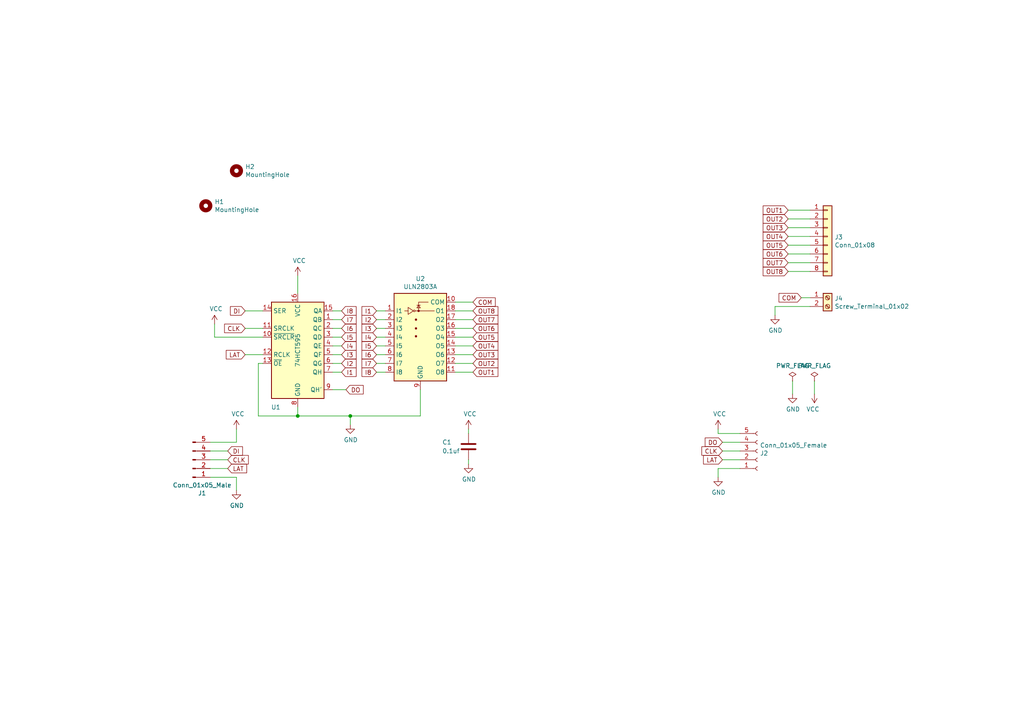
<source format=kicad_sch>
(kicad_sch (version 20211123) (generator eeschema)
  (paper "A4")
  (lib_symbols
    (symbol "74xx:74HCT595"
      (property "Reference" "U" (at -7.62 13.97 0))
      (property "Value" "74HCT595" (at -7.62 -16.51 0))
      (symbol "74HCT595_1_0"
        (pin tri_state line (at 10.16 7.62 180) (length 2.54) (name "QB") (number "1"))
        (pin input line (at -10.16 2.54 0) (length 2.54) (name "~{SRCLR}") (number "10"))
        (pin input line (at -10.16 5.08 0) (length 2.54) (name "SRCLK") (number "11"))
        (pin input line (at -10.16 -2.54 0) (length 2.54) (name "RCLK") (number "12"))
        (pin input line (at -10.16 -5.08 0) (length 2.54) (name "~{OE}") (number "13"))
        (pin input line (at -10.16 10.16 0) (length 2.54) (name "SER") (number "14"))
        (pin tri_state line (at 10.16 10.16 180) (length 2.54) (name "QA") (number "15"))
        (pin power_in line (at 0 15.24 270) (length 2.54) (name "VCC") (number "16"))
        (pin tri_state line (at 10.16 5.08 180) (length 2.54) (name "QC") (number "2"))
        (pin tri_state line (at 10.16 2.54 180) (length 2.54) (name "QD") (number "3"))
        (pin tri_state line (at 10.16 0 180) (length 2.54) (name "QE") (number "4"))
        (pin tri_state line (at 10.16 -2.54 180) (length 2.54) (name "QF") (number "5"))
        (pin tri_state line (at 10.16 -5.08 180) (length 2.54) (name "QG") (number "6"))
        (pin tri_state line (at 10.16 -7.62 180) (length 2.54) (name "QH") (number "7"))
        (pin power_in line (at 0 -17.78 90) (length 2.54) (name "GND") (number "8"))
        (pin output line (at 10.16 -12.7 180) (length 2.54) (name "QH'") (number "9"))
      )
      (symbol "74HCT595_1_1"
        (rectangle (start -7.62 12.7) (end 7.62 -15.24) (stroke (width 0.254)) (fill (type background)))
      )
    )
    (symbol "Connector:Conn_01x05_Female" (pin_names (offset 1.016) hide)
      (property "Reference" "J" (at 0 7.62 0))
      (property "Value" "Conn_01x05_Female" (at 0 -7.62 0))
      (symbol "Conn_01x05_Female_1_1"
        (arc (start 0 -4.572) (mid -0.508 -5.08) (end 0 -5.588) (stroke (width 0.1524)))
        (arc (start 0 -2.032) (mid -0.508 -2.54) (end 0 -3.048) (stroke (width 0.1524)))
        (polyline (pts (xy -1.27 -5.08) (xy -0.508 -5.08)) (stroke (width 0.1524)))
        (polyline (pts (xy -1.27 -2.54) (xy -0.508 -2.54)) (stroke (width 0.1524)))
        (polyline (pts (xy -1.27 0) (xy -0.508 0)) (stroke (width 0.1524)))
        (polyline (pts (xy -1.27 2.54) (xy -0.508 2.54)) (stroke (width 0.1524)))
        (polyline (pts (xy -1.27 5.08) (xy -0.508 5.08)) (stroke (width 0.1524)))
        (arc (start 0 0.508) (mid -0.508 0) (end 0 -0.508) (stroke (width 0.1524)))
        (arc (start 0 3.048) (mid -0.508 2.54) (end 0 2.032) (stroke (width 0.1524)))
        (arc (start 0 5.588) (mid -0.508 5.08) (end 0 4.572) (stroke (width 0.1524)))
        (pin passive line (at -5.08 5.08 0) (length 3.81) (name "Pin_1") (number "1"))
        (pin passive line (at -5.08 2.54 0) (length 3.81) (name "Pin_2") (number "2"))
        (pin passive line (at -5.08 0 0) (length 3.81) (name "Pin_3") (number "3"))
        (pin passive line (at -5.08 -2.54 0) (length 3.81) (name "Pin_4") (number "4"))
        (pin passive line (at -5.08 -5.08 0) (length 3.81) (name "Pin_5") (number "5"))
      )
    )
    (symbol "Connector:Conn_01x05_Male" (pin_names (offset 1.016) hide)
      (property "Reference" "J" (at 0 7.62 0))
      (property "Value" "Conn_01x05_Male" (at 0 -7.62 0))
      (symbol "Conn_01x05_Male_1_1"
        (polyline (pts (xy 1.27 -5.08) (xy 0.8636 -5.08)) (stroke (width 0.1524)))
        (polyline (pts (xy 1.27 -2.54) (xy 0.8636 -2.54)) (stroke (width 0.1524)))
        (polyline (pts (xy 1.27 0) (xy 0.8636 0)) (stroke (width 0.1524)))
        (polyline (pts (xy 1.27 2.54) (xy 0.8636 2.54)) (stroke (width 0.1524)))
        (polyline (pts (xy 1.27 5.08) (xy 0.8636 5.08)) (stroke (width 0.1524)))
        (rectangle (start 0.8636 -4.953) (end 0 -5.207) (stroke (width 0.1524)) (fill (type outline)))
        (rectangle (start 0.8636 -2.413) (end 0 -2.667) (stroke (width 0.1524)) (fill (type outline)))
        (rectangle (start 0.8636 0.127) (end 0 -0.127) (stroke (width 0.1524)) (fill (type outline)))
        (rectangle (start 0.8636 2.667) (end 0 2.413) (stroke (width 0.1524)) (fill (type outline)))
        (rectangle (start 0.8636 5.207) (end 0 4.953) (stroke (width 0.1524)) (fill (type outline)))
        (pin passive line (at 5.08 5.08 180) (length 3.81) (name "Pin_1") (number "1"))
        (pin passive line (at 5.08 2.54 180) (length 3.81) (name "Pin_2") (number "2"))
        (pin passive line (at 5.08 0 180) (length 3.81) (name "Pin_3") (number "3"))
        (pin passive line (at 5.08 -2.54 180) (length 3.81) (name "Pin_4") (number "4"))
        (pin passive line (at 5.08 -5.08 180) (length 3.81) (name "Pin_5") (number "5"))
      )
    )
    (symbol "Connector:Screw_Terminal_01x02" (pin_names (offset 1.016) hide)
      (property "Reference" "J" (at 0 2.54 0))
      (property "Value" "Screw_Terminal_01x02" (at 0 -5.08 0))
      (symbol "Screw_Terminal_01x02_1_1"
        (rectangle (start -1.27 1.27) (end 1.27 -3.81) (stroke (width 0.254)) (fill (type background)))
        (circle (center 0 -2.54) (radius 0.635) (stroke (width 0.1524)))
        (polyline (pts (xy -0.5334 -2.2098) (xy 0.3302 -3.048)) (stroke (width 0.1524)))
        (polyline (pts (xy -0.5334 0.3302) (xy 0.3302 -0.508)) (stroke (width 0.1524)))
        (polyline (pts (xy -0.3556 -2.032) (xy 0.508 -2.8702)) (stroke (width 0.1524)))
        (polyline (pts (xy -0.3556 0.508) (xy 0.508 -0.3302)) (stroke (width 0.1524)))
        (circle (center 0 0) (radius 0.635) (stroke (width 0.1524)))
        (pin passive line (at -5.08 0 0) (length 3.81) (name "Pin_1") (number "1"))
        (pin passive line (at -5.08 -2.54 0) (length 3.81) (name "Pin_2") (number "2"))
      )
    )
    (symbol "Connector_Generic:Conn_01x08" (pin_names (offset 1.016) hide)
      (property "Reference" "J" (at 0 10.16 0))
      (property "Value" "Conn_01x08" (at 0 -12.7 0))
      (symbol "Conn_01x08_1_1"
        (rectangle (start -1.27 -10.033) (end 0 -10.287) (stroke (width 0.1524)))
        (rectangle (start -1.27 -7.493) (end 0 -7.747) (stroke (width 0.1524)))
        (rectangle (start -1.27 -4.953) (end 0 -5.207) (stroke (width 0.1524)))
        (rectangle (start -1.27 -2.413) (end 0 -2.667) (stroke (width 0.1524)))
        (rectangle (start -1.27 0.127) (end 0 -0.127) (stroke (width 0.1524)))
        (rectangle (start -1.27 2.667) (end 0 2.413) (stroke (width 0.1524)))
        (rectangle (start -1.27 5.207) (end 0 4.953) (stroke (width 0.1524)))
        (rectangle (start -1.27 7.747) (end 0 7.493) (stroke (width 0.1524)))
        (rectangle (start -1.27 8.89) (end 1.27 -11.43) (stroke (width 0.254)) (fill (type background)))
        (pin passive line (at -5.08 7.62 0) (length 3.81) (name "Pin_1") (number "1"))
        (pin passive line (at -5.08 5.08 0) (length 3.81) (name "Pin_2") (number "2"))
        (pin passive line (at -5.08 2.54 0) (length 3.81) (name "Pin_3") (number "3"))
        (pin passive line (at -5.08 0 0) (length 3.81) (name "Pin_4") (number "4"))
        (pin passive line (at -5.08 -2.54 0) (length 3.81) (name "Pin_5") (number "5"))
        (pin passive line (at -5.08 -5.08 0) (length 3.81) (name "Pin_6") (number "6"))
        (pin passive line (at -5.08 -7.62 0) (length 3.81) (name "Pin_7") (number "7"))
        (pin passive line (at -5.08 -10.16 0) (length 3.81) (name "Pin_8") (number "8"))
      )
    )
    (symbol "Device:C" (pin_numbers hide) (pin_names (offset 0.254))
      (property "Reference" "C" (at 0.635 2.54 0))
      (property "Value" "C" (at 0.635 -2.54 0))
      (symbol "C_0_1"
        (polyline (pts (xy -2.032 -0.762) (xy 2.032 -0.762)) (stroke (width 0.508)))
        (polyline (pts (xy -2.032 0.762) (xy 2.032 0.762)) (stroke (width 0.508)))
      )
      (symbol "C_1_1"
        (pin passive line (at 0 3.81 270) (length 2.794) (name "~") (number "1"))
        (pin passive line (at 0 -3.81 90) (length 2.794) (name "~") (number "2"))
      )
    )
    (symbol "Mechanical:MountingHole" (pin_names (offset 1.016))
      (property "Reference" "H" (at 0 5.08 0))
      (property "Value" "MountingHole" (at 0 3.175 0))
      (symbol "MountingHole_0_1"
        (circle (center 0 0) (radius 1.27) (stroke (width 1.27)))
      )
    )
    (symbol "Transistor_Array:ULN2803A"
      (property "Reference" "U" (at 0 13.335 0))
      (property "Value" "ULN2803A" (at 0 11.43 0))
      (symbol "ULN2803A_0_1"
        (rectangle (start -7.62 -15.24) (end 7.62 10.16) (stroke (width 0.254)) (fill (type background)))
        (circle (center -1.778 5.08) (radius 0.254))
        (circle (center -1.27 -2.286) (radius 0.254) (fill (type outline)))
        (circle (center -1.27 0) (radius 0.254) (fill (type outline)))
        (circle (center -1.27 2.54) (radius 0.254) (fill (type outline)))
        (circle (center -0.508 5.08) (radius 0.254) (fill (type outline)))
        (polyline (pts (xy -4.572 5.08) (xy -3.556 5.08)))
        (polyline (pts (xy -1.524 5.08) (xy 4.064 5.08)))
        (polyline (pts (xy 0 6.731) (xy -1.016 6.731)))
        (polyline (pts (xy -0.508 5.08) (xy -0.508 7.62) (xy 2.286 7.62)))
        (polyline (pts (xy -3.556 6.096) (xy -3.556 4.064) (xy -2.032 5.08) (xy -3.556 6.096)))
        (polyline (pts (xy 0 5.969) (xy -1.016 5.969) (xy -0.508 6.731) (xy 0 5.969)))
      )
      (symbol "ULN2803A_1_1"
        (pin input line (at -10.16 5.08 0) (length 2.54) (name "I1") (number "1"))
        (pin passive line (at 10.16 7.62 180) (length 2.54) (name "COM") (number "10"))
        (pin open_collector line (at 10.16 -12.7 180) (length 2.54) (name "O8") (number "11"))
        (pin open_collector line (at 10.16 -10.16 180) (length 2.54) (name "O7") (number "12"))
        (pin open_collector line (at 10.16 -7.62 180) (length 2.54) (name "O6") (number "13"))
        (pin open_collector line (at 10.16 -5.08 180) (length 2.54) (name "O5") (number "14"))
        (pin open_collector line (at 10.16 -2.54 180) (length 2.54) (name "O4") (number "15"))
        (pin open_collector line (at 10.16 0 180) (length 2.54) (name "O3") (number "16"))
        (pin open_collector line (at 10.16 2.54 180) (length 2.54) (name "O2") (number "17"))
        (pin open_collector line (at 10.16 5.08 180) (length 2.54) (name "O1") (number "18"))
        (pin input line (at -10.16 2.54 0) (length 2.54) (name "I2") (number "2"))
        (pin input line (at -10.16 0 0) (length 2.54) (name "I3") (number "3"))
        (pin input line (at -10.16 -2.54 0) (length 2.54) (name "I4") (number "4"))
        (pin input line (at -10.16 -5.08 0) (length 2.54) (name "I5") (number "5"))
        (pin input line (at -10.16 -7.62 0) (length 2.54) (name "I6") (number "6"))
        (pin input line (at -10.16 -10.16 0) (length 2.54) (name "I7") (number "7"))
        (pin input line (at -10.16 -12.7 0) (length 2.54) (name "I8") (number "8"))
        (pin power_in line (at 0 -17.78 90) (length 2.54) (name "GND") (number "9"))
      )
    )
    (symbol "power:GND" (power) (pin_names (offset 0))
      (property "Value" "GND" (at 0 -3.81 0))
      (symbol "GND_0_1"
        (polyline (pts (xy 0 0) (xy 0 -1.27) (xy 1.27 -1.27) (xy 0 -2.54) (xy -1.27 -1.27) (xy 0 -1.27)))
      )
      (symbol "GND_1_1"
        (pin power_in line (at 0 0 270) (length 0) hide (name "GND") (number "1"))
      )
    )
    (symbol "power:PWR_FLAG" (power) (pin_numbers hide) (pin_names (offset 0) hide)
      (property "Value" "PWR_FLAG" (at 0 3.81 0))
      (symbol "PWR_FLAG_0_0"
        (pin power_out line (at 0 0 90) (length 0) (name "pwr") (number "1"))
      )
      (symbol "PWR_FLAG_0_1"
        (polyline (pts (xy 0 0) (xy 0 1.27) (xy -1.016 1.905) (xy 0 2.54) (xy 1.016 1.905) (xy 0 1.27)))
      )
    )
    (symbol "power:VCC" (power) (pin_names (offset 0))
      (property "Value" "VCC" (at 0 3.81 0))
      (symbol "VCC_0_1"
        (polyline (pts (xy -0.762 1.27) (xy 0 2.54)))
        (polyline (pts (xy 0 0) (xy 0 2.54)))
        (polyline (pts (xy 0 2.54) (xy 0.762 1.27)))
      )
      (symbol "VCC_1_1"
        (pin power_in line (at 0 0 90) (length 0) hide (name "VCC") (number "1"))
      )
    )
  )
  (junction (at 101.6 120.65))
  (junction (at 86.36 120.65))
  (wire (pts (xy 228.6 71.12) (xy 234.95 71.12)))
  (wire (pts (xy 86.36 120.65) (xy 101.6 120.65)))
  (wire (pts (xy 236.22 110.49) (xy 236.22 114.3)))
  (wire (pts (xy 111.76 90.17) (xy 109.22 90.17)))
  (wire (pts (xy 71.12 95.25) (xy 76.2 95.25)))
  (wire (pts (xy 60.96 133.35) (xy 66.04 133.35)))
  (wire (pts (xy 96.52 97.79) (xy 99.06 97.79)))
  (wire (pts (xy 96.52 105.41) (xy 99.06 105.41)))
  (wire (pts (xy 96.52 102.87) (xy 99.06 102.87)))
  (wire (pts (xy 96.52 100.33) (xy 99.06 100.33)))
  (wire (pts (xy 76.2 90.17) (xy 71.12 90.17)))
  (wire (pts (xy 132.08 102.87) (xy 137.16 102.87)))
  (wire (pts (xy 86.36 85.09) (xy 86.36 80.01)))
  (wire (pts (xy 132.08 107.95) (xy 137.16 107.95)))
  (wire (pts (xy 209.55 130.81) (xy 214.63 130.81)))
  (wire (pts (xy 228.6 68.58) (xy 234.95 68.58)))
  (wire (pts (xy 101.6 120.65) (xy 101.6 123.19)))
  (wire (pts (xy 228.6 66.04) (xy 234.95 66.04)))
  (wire (pts (xy 135.89 125.73) (xy 135.89 124.46)))
  (wire (pts (xy 111.76 105.41) (xy 109.22 105.41)))
  (wire (pts (xy 132.08 100.33) (xy 137.16 100.33)))
  (wire (pts (xy 111.76 107.95) (xy 109.22 107.95)))
  (wire (pts (xy 68.58 128.27) (xy 68.58 124.46)))
  (wire (pts (xy 100.33 113.03) (xy 96.52 113.03)))
  (wire (pts (xy 132.08 105.41) (xy 137.16 105.41)))
  (wire (pts (xy 208.28 125.73) (xy 214.63 125.73)))
  (wire (pts (xy 121.92 113.03) (xy 121.92 120.65)))
  (wire (pts (xy 135.89 133.35) (xy 135.89 134.62)))
  (wire (pts (xy 111.76 100.33) (xy 109.22 100.33)))
  (wire (pts (xy 121.92 120.65) (xy 101.6 120.65)))
  (wire (pts (xy 132.08 92.71) (xy 137.16 92.71)))
  (wire (pts (xy 96.52 92.71) (xy 99.06 92.71)))
  (wire (pts (xy 60.96 138.43) (xy 68.58 138.43)))
  (wire (pts (xy 76.2 97.79) (xy 62.23 97.79)))
  (wire (pts (xy 208.28 125.73) (xy 208.28 124.46)))
  (wire (pts (xy 132.08 95.25) (xy 137.16 95.25)))
  (wire (pts (xy 60.96 135.89) (xy 66.04 135.89)))
  (wire (pts (xy 234.95 88.9) (xy 224.79 88.9)))
  (wire (pts (xy 228.6 78.74) (xy 234.95 78.74)))
  (wire (pts (xy 62.23 97.79) (xy 62.23 93.98)))
  (wire (pts (xy 111.76 95.25) (xy 109.22 95.25)))
  (wire (pts (xy 224.79 88.9) (xy 224.79 91.44)))
  (wire (pts (xy 214.63 135.89) (xy 208.28 135.89)))
  (wire (pts (xy 132.08 90.17) (xy 137.16 90.17)))
  (wire (pts (xy 60.96 130.81) (xy 66.04 130.81)))
  (wire (pts (xy 132.08 97.79) (xy 137.16 97.79)))
  (wire (pts (xy 96.52 95.25) (xy 99.06 95.25)))
  (wire (pts (xy 111.76 92.71) (xy 109.22 92.71)))
  (wire (pts (xy 111.76 97.79) (xy 109.22 97.79)))
  (wire (pts (xy 208.28 135.89) (xy 208.28 138.43)))
  (wire (pts (xy 209.55 133.35) (xy 214.63 133.35)))
  (wire (pts (xy 86.36 118.11) (xy 86.36 120.65)))
  (wire (pts (xy 111.76 102.87) (xy 109.22 102.87)))
  (wire (pts (xy 228.6 76.2) (xy 234.95 76.2)))
  (wire (pts (xy 60.96 128.27) (xy 68.58 128.27)))
  (wire (pts (xy 229.87 110.49) (xy 229.87 114.3)))
  (wire (pts (xy 74.93 105.41) (xy 74.93 120.65)))
  (wire (pts (xy 228.6 60.96) (xy 234.95 60.96)))
  (wire (pts (xy 96.52 90.17) (xy 99.06 90.17)))
  (wire (pts (xy 68.58 138.43) (xy 68.58 142.24)))
  (wire (pts (xy 234.95 86.36) (xy 232.41 86.36)))
  (wire (pts (xy 209.55 128.27) (xy 214.63 128.27)))
  (wire (pts (xy 228.6 63.5) (xy 234.95 63.5)))
  (wire (pts (xy 76.2 105.41) (xy 74.93 105.41)))
  (wire (pts (xy 74.93 120.65) (xy 86.36 120.65)))
  (wire (pts (xy 132.08 87.63) (xy 137.16 87.63)))
  (wire (pts (xy 96.52 107.95) (xy 99.06 107.95)))
  (wire (pts (xy 228.6 73.66) (xy 234.95 73.66)))
  (wire (pts (xy 76.2 102.87) (xy 71.12 102.87)))
  (global_label "OUT8" (shape input) (at 228.6 78.74 180) (property "Intersheet References" "${INTERSHEET_REFS}" (effects hide)))
  (global_label "DO" (shape input) (at 209.55 128.27 180) (property "Intersheet References" "${INTERSHEET_REFS}" (effects hide)))
  (global_label "I8" (shape input) (at 99.06 90.17 0) (property "Intersheet References" "${INTERSHEET_REFS}" (effects hide)))
  (global_label "LAT" (shape input) (at 66.04 135.89 0) (property "Intersheet References" "${INTERSHEET_REFS}" (effects hide)))
  (global_label "DO" (shape input) (at 100.33 113.03 0) (property "Intersheet References" "${INTERSHEET_REFS}" (effects hide)))
  (global_label "LAT" (shape input) (at 209.55 133.35 180) (property "Intersheet References" "${INTERSHEET_REFS}" (effects hide)))
  (global_label "I1" (shape input) (at 109.22 90.17 180) (property "Intersheet References" "${INTERSHEET_REFS}" (effects hide)))
  (global_label "OUT7" (shape input) (at 228.6 76.2 180) (property "Intersheet References" "${INTERSHEET_REFS}" (effects hide)))
  (global_label "OUT6" (shape input) (at 228.6 73.66 180) (property "Intersheet References" "${INTERSHEET_REFS}" (effects hide)))
  (global_label "LAT" (shape input) (at 71.12 102.87 180) (property "Intersheet References" "${INTERSHEET_REFS}" (effects hide)))
  (global_label "I4" (shape input) (at 99.06 100.33 0) (property "Intersheet References" "${INTERSHEET_REFS}" (effects hide)))
  (global_label "DI" (shape input) (at 71.12 90.17 180) (property "Intersheet References" "${INTERSHEET_REFS}" (effects hide)))
  (global_label "CLK" (shape input) (at 209.55 130.81 180) (property "Intersheet References" "${INTERSHEET_REFS}" (effects hide)))
  (global_label "OUT2" (shape input) (at 228.6 63.5 180) (property "Intersheet References" "${INTERSHEET_REFS}" (effects hide)))
  (global_label "DI" (shape input) (at 66.04 130.81 0) (property "Intersheet References" "${INTERSHEET_REFS}" (effects hide)))
  (global_label "COM" (shape input) (at 232.41 86.36 180) (property "Intersheet References" "${INTERSHEET_REFS}" (effects hide)))
  (global_label "I3" (shape input) (at 109.22 95.25 180) (property "Intersheet References" "${INTERSHEET_REFS}" (effects hide)))
  (global_label "COM" (shape input) (at 137.16 87.63 0) (property "Intersheet References" "${INTERSHEET_REFS}" (effects hide)))
  (global_label "CLK" (shape input) (at 71.12 95.25 180) (property "Intersheet References" "${INTERSHEET_REFS}" (effects hide)))
  (global_label "OUT4" (shape input) (at 137.16 100.33 0) (property "Intersheet References" "${INTERSHEET_REFS}" (effects hide)))
  (global_label "OUT5" (shape input) (at 137.16 97.79 0) (property "Intersheet References" "${INTERSHEET_REFS}" (effects hide)))
  (global_label "I5" (shape input) (at 99.06 97.79 0) (property "Intersheet References" "${INTERSHEET_REFS}" (effects hide)))
  (global_label "I6" (shape input) (at 99.06 95.25 0) (property "Intersheet References" "${INTERSHEET_REFS}" (effects hide)))
  (global_label "OUT3" (shape input) (at 228.6 66.04 180) (property "Intersheet References" "${INTERSHEET_REFS}" (effects hide)))
  (global_label "I1" (shape input) (at 99.06 107.95 0) (property "Intersheet References" "${INTERSHEET_REFS}" (effects hide)))
  (global_label "I5" (shape input) (at 109.22 100.33 180) (property "Intersheet References" "${INTERSHEET_REFS}" (effects hide)))
  (global_label "OUT2" (shape input) (at 137.16 105.41 0) (property "Intersheet References" "${INTERSHEET_REFS}" (effects hide)))
  (global_label "I7" (shape input) (at 109.22 105.41 180) (property "Intersheet References" "${INTERSHEET_REFS}" (effects hide)))
  (global_label "CLK" (shape input) (at 66.04 133.35 0) (property "Intersheet References" "${INTERSHEET_REFS}" (effects hide)))
  (global_label "I4" (shape input) (at 109.22 97.79 180) (property "Intersheet References" "${INTERSHEET_REFS}" (effects hide)))
  (global_label "OUT6" (shape input) (at 137.16 95.25 0) (property "Intersheet References" "${INTERSHEET_REFS}" (effects hide)))
  (global_label "OUT7" (shape input) (at 137.16 92.71 0) (property "Intersheet References" "${INTERSHEET_REFS}" (effects hide)))
  (global_label "I2" (shape input) (at 99.06 105.41 0) (property "Intersheet References" "${INTERSHEET_REFS}" (effects hide)))
  (global_label "OUT3" (shape input) (at 137.16 102.87 0) (property "Intersheet References" "${INTERSHEET_REFS}" (effects hide)))
  (global_label "I8" (shape input) (at 109.22 107.95 180) (property "Intersheet References" "${INTERSHEET_REFS}" (effects hide)))
  (global_label "OUT8" (shape input) (at 137.16 90.17 0) (property "Intersheet References" "${INTERSHEET_REFS}" (effects hide)))
  (global_label "I6" (shape input) (at 109.22 102.87 180) (property "Intersheet References" "${INTERSHEET_REFS}" (effects hide)))
  (global_label "OUT1" (shape input) (at 137.16 107.95 0) (property "Intersheet References" "${INTERSHEET_REFS}" (effects hide)))
  (global_label "OUT5" (shape input) (at 228.6 71.12 180) (property "Intersheet References" "${INTERSHEET_REFS}" (effects hide)))
  (global_label "OUT4" (shape input) (at 228.6 68.58 180) (property "Intersheet References" "${INTERSHEET_REFS}" (effects hide)))
  (global_label "OUT1" (shape input) (at 228.6 60.96 180) (property "Intersheet References" "${INTERSHEET_REFS}" (effects hide)))
  (global_label "I3" (shape input) (at 99.06 102.87 0) (property "Intersheet References" "${INTERSHEET_REFS}" (effects hide)))
  (global_label "I2" (shape input) (at 109.22 92.71 180) (property "Intersheet References" "${INTERSHEET_REFS}" (effects hide)))
  (global_label "I7" (shape input) (at 99.06 92.71 0) (property "Intersheet References" "${INTERSHEET_REFS}" (effects hide)))
  (symbol (lib_id "74xx:74HCT595") (at 86.36 100.33 0) (unit 1)
    (property "Reference" "U1" (at 80.01 118.11 0))
    (property "Value" "74HCT595" (at 86.36 101.6 90))
    (property "Footprint" "Package_DIP:DIP-16_W7.62mm" (effects hide))
    (property "Datasheet" "https://assets.nexperia.com/documents/data-sheet/74HC_HCT595.pdf" (effects hide))
  )
  (symbol (lib_id "Transistor_Array:ULN2803A") (at 121.92 95.25 0) (unit 1)
    (property "Reference" "U2" (at 121.92 80.8482 0))
    (property "Value" "ULN2803A" (at 121.92 83.1596 0))
    (property "Footprint" "Package_DIP:DIP-18_W7.62mm" (effects hide))
    (property "Datasheet" "http://www.ti.com/lit/ds/symlink/uln2803a.pdf" (effects hide))
  )
  (symbol (lib_id "Device:C") (at 135.89 129.54 0) (unit 1)
    (property "Reference" "C1" (at 128.27 128.27 0) (effects (justify left)))
    (property "Value" "0.1uf" (at 128.27 130.81 0) (effects (justify left)))
    (property "Footprint" "Capacitor_THT:C_Disc_D3.4mm_W2.1mm_P2.50mm" (effects hide))
  )
  (symbol (lib_id "Connector:Conn_01x05_Male") (at 55.88 133.35 0) (mirror x) (unit 1)
    (property "Reference" "J1" (at 58.6232 143.0274 0))
    (property "Value" "Conn_01x05_Male" (at 58.6232 140.716 0))
    (property "Footprint" "Connector_PinHeader_2.54mm:PinHeader_1x05_P2.54mm_Horizontal" (effects hide))
  )
  (symbol (lib_id "Connector:Conn_01x05_Female") (at 219.71 130.81 0) (mirror x) (unit 1)
    (property "Reference" "J2" (at 220.4212 131.4704 0) (effects (justify left)))
    (property "Value" "Conn_01x05_Female" (at 220.4212 129.159 0) (effects (justify left)))
    (property "Footprint" "Connector_PinSocket_2.54mm:PinSocket_1x05_P2.54mm_Horizontal" (effects hide))
  )
  (symbol (lib_id "power:GND") (at 229.87 114.3 0) (unit 1)
    (property "Reference" "#PWR0101" (effects hide))
    (property "Value" "GND" (at 229.997 118.6942 0))
  )
  (symbol (lib_id "Mechanical:MountingHole") (at 59.69 59.69 0) (unit 1)
    (property "Reference" "H1" (at 62.23 58.5216 0) (effects (justify left)))
    (property "Value" "MountingHole" (at 62.23 60.833 0) (effects (justify left)))
    (property "Footprint" "MountingHole:MountingHole_3.2mm_M3" (effects hide))
  )
  (symbol (lib_id "power:VCC") (at 236.22 114.3 180) (unit 1)
    (property "Reference" "#PWR0102" (effects hide))
    (property "Value" "VCC" (at 235.7628 118.6942 0))
  )
  (symbol (lib_id "Mechanical:MountingHole") (at 68.58 49.53 0) (unit 1)
    (property "Reference" "H2" (at 71.12 48.3616 0) (effects (justify left)))
    (property "Value" "MountingHole" (at 71.12 50.673 0) (effects (justify left)))
    (property "Footprint" "MountingHole:MountingHole_3.2mm_M3" (effects hide))
  )
  (symbol (lib_id "power:PWR_FLAG") (at 229.87 110.49 0) (unit 1)
    (property "Reference" "#FLG0101" (effects hide))
    (property "Value" "PWR_FLAG" (at 229.87 106.0958 0))
  )
  (symbol (lib_id "Connector:Screw_Terminal_01x02") (at 240.03 86.36 0) (unit 1)
    (property "Reference" "J4" (at 242.062 86.5632 0) (effects (justify left)))
    (property "Value" "Screw_Terminal_01x02" (at 242.062 88.8746 0) (effects (justify left)))
    (property "Footprint" "TerminalBlock_Phoenix:TerminalBlock_Phoenix_MKDS-1,5-2-5.08_1x02_P5.08mm_Horizontal" (effects hide))
  )
  (symbol (lib_id "power:GND") (at 101.6 123.19 0) (unit 1)
    (property "Reference" "#PWR0103" (effects hide))
    (property "Value" "GND" (at 101.727 127.5842 0))
  )
  (symbol (lib_id "power:VCC") (at 86.36 80.01 0) (unit 1)
    (property "Reference" "#PWR0106" (effects hide))
    (property "Value" "VCC" (at 86.7918 75.6158 0))
  )
  (symbol (lib_id "power:GND") (at 135.89 134.62 0) (unit 1)
    (property "Reference" "#PWR0107" (effects hide))
    (property "Value" "GND" (at 136.017 139.0142 0))
  )
  (symbol (lib_id "power:VCC") (at 135.89 124.46 0) (unit 1)
    (property "Reference" "#PWR0108" (effects hide))
    (property "Value" "VCC" (at 136.3218 120.0658 0))
  )
  (symbol (lib_id "power:PWR_FLAG") (at 236.22 110.49 0) (unit 1)
    (property "Reference" "#FLG0102" (effects hide))
    (property "Value" "PWR_FLAG" (at 236.22 106.0958 0))
  )
  (symbol (lib_id "power:VCC") (at 62.23 93.98 0) (unit 1)
    (property "Reference" "#PWR0109" (effects hide))
    (property "Value" "VCC" (at 62.6618 89.5858 0))
  )
  (symbol (lib_id "power:VCC") (at 68.58 124.46 0) (unit 1)
    (property "Reference" "#PWR0111" (effects hide))
    (property "Value" "VCC" (at 69.0118 120.0658 0))
  )
  (symbol (lib_id "power:VCC") (at 208.28 124.46 0) (unit 1)
    (property "Reference" "#PWR0112" (effects hide))
    (property "Value" "VCC" (at 208.7118 120.0658 0))
  )
  (symbol (lib_id "power:GND") (at 208.28 138.43 0) (unit 1)
    (property "Reference" "#PWR0113" (effects hide))
    (property "Value" "GND" (at 208.407 142.8242 0))
  )
  (symbol (lib_id "power:GND") (at 68.58 142.24 0) (unit 1)
    (property "Reference" "#PWR0114" (effects hide))
    (property "Value" "GND" (at 68.707 146.6342 0))
  )
  (symbol (lib_id "power:GND") (at 224.79 91.44 0) (unit 1)
    (property "Reference" "#PWR0115" (effects hide))
    (property "Value" "GND" (at 224.917 95.8342 0))
  )
  (symbol (lib_id "Connector_Generic:Conn_01x08") (at 240.03 68.58 0) (unit 1)
    (property "Reference" "J3" (at 242.062 68.7832 0) (effects (justify left)))
    (property "Value" "Conn_01x08" (at 242.062 71.0946 0) (effects (justify left)))
    (property "Footprint" "TerminalBlock_Phoenix:TerminalBlock_Phoenix_MKDS-1,5-8-5.08_1x08_P5.08mm_Horizontal" (effects hide))
  )
)
</source>
